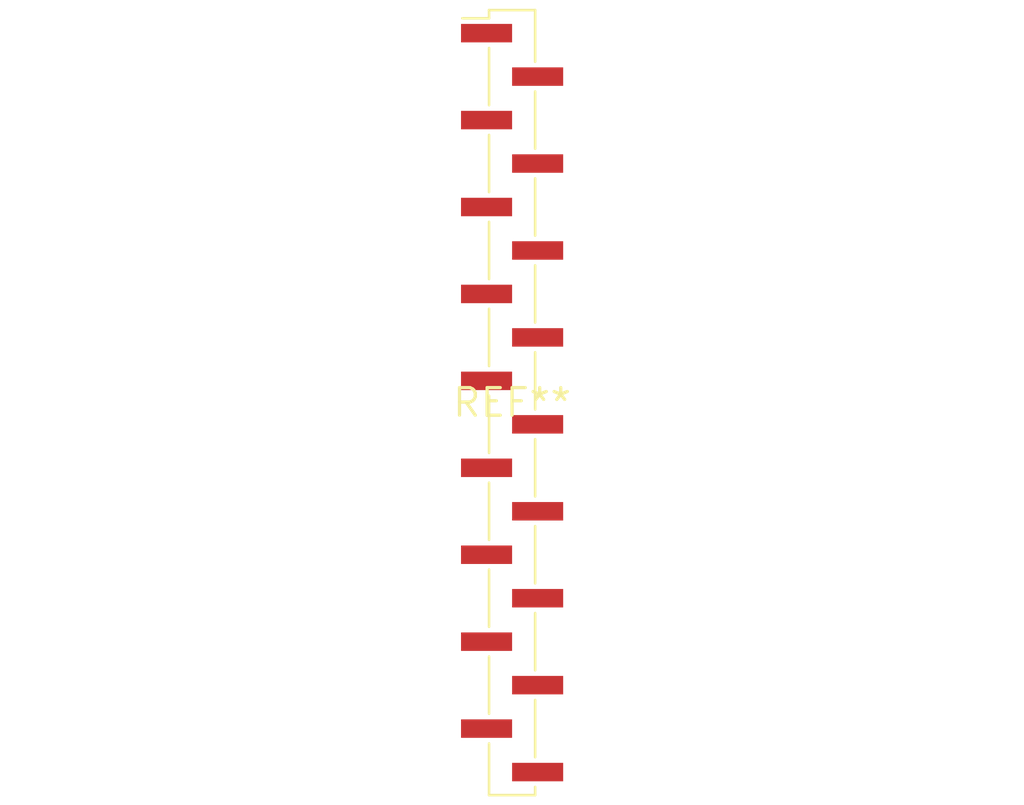
<source format=kicad_pcb>
(kicad_pcb (version 20240108) (generator pcbnew)
  (layers (0 "F.Cu" signal) (31 "B.Cu" signal) (34 "B.Paste" user) (35 "F.Paste" user) (36 "B.SilkS" user "B.Silkscreen") (37 "F.SilkS" user "F.Silkscreen") (38 "B.Mask" user) (39 "F.Mask" user) (44 "Edge.Cuts" user))
  (net 0 "")
  (footprint "PinHeader_1x18_P2.00mm_Vertical_SMD_Pin1Left" (layer "F.Cu") (at 0 0)
    (property "Reference" "REF**")
    (property "Value" "PinHeader_1x18_P2.00mm_Vertical_SMD_Pin1Left")
    (fp_line (start -1.06 -18.06) (end -1.06 -17.685) (layer "F.SilkS") (stroke (width 0.12)))
    (fp_line (start -1.06 -18.06) (end 1.06 -18.06) (layer "F.SilkS") (stroke (width 0.12)))
    (fp_line (start -1.06 -17.685) (end -2.29 -17.685) (layer "F.SilkS") (stroke (width 0.12)))
    (fp_line (start -1.06 -16.315) (end -1.06 -13.685) (layer "F.SilkS") (stroke (width 0.12)))
    (fp_line (start -1.06 -12.315) (end -1.06 -9.685) (layer "F.SilkS") (stroke (width 0.12)))
    (fp_line (start -1.06 -8.315) (end -1.06 -5.685) (layer "F.SilkS") (stroke (width 0.12)))
    (fp_line (start -1.06 -4.315) (end -1.06 -1.685) (layer "F.SilkS") (stroke (width 0.12)))
    (fp_line (start -1.06 -0.315) (end -1.06 2.315) (layer "F.SilkS") (stroke (width 0.12)))
    (fp_line (start -1.06 3.685) (end -1.06 6.315) (layer "F.SilkS") (stroke (width 0.12)))
    (fp_line (start -1.06 7.685) (end -1.06 10.315) (layer "F.SilkS") (stroke (width 0.12)))
    (fp_line (start -1.06 11.685) (end -1.06 14.315) (layer "F.SilkS") (stroke (width 0.12)))
    (fp_line (start -1.06 15.685) (end -1.06 18.06) (layer "F.SilkS") (stroke (width 0.12)))
    (fp_line (start -1.06 18.06) (end 1.06 18.06) (layer "F.SilkS") (stroke (width 0.12)))
    (fp_line (start 1.06 -18.06) (end 1.06 -15.685) (layer "F.SilkS") (stroke (width 0.12)))
    (fp_line (start 1.06 -14.315) (end 1.06 -11.685) (layer "F.SilkS") (stroke (width 0.12)))
    (fp_line (start 1.06 -10.315) (end 1.06 -7.685) (layer "F.SilkS") (stroke (width 0.12)))
    (fp_line (start 1.06 -6.315) (end 1.06 -3.685) (layer "F.SilkS") (stroke (width 0.12)))
    (fp_line (start 1.06 -2.315) (end 1.06 0.315) (layer "F.SilkS") (stroke (width 0.12)))
    (fp_line (start 1.06 1.685) (end 1.06 4.315) (layer "F.SilkS") (stroke (width 0.12)))
    (fp_line (start 1.06 5.685) (end 1.06 8.315) (layer "F.SilkS") (stroke (width 0.12)))
    (fp_line (start 1.06 9.685) (end 1.06 12.315) (layer "F.SilkS") (stroke (width 0.12)))
    (fp_line (start 1.06 13.685) (end 1.06 16.315) (layer "F.SilkS") (stroke (width 0.12)))
    (fp_line (start 1.06 17.685) (end 1.06 18.06) (layer "F.SilkS") (stroke (width 0.12)))
    (pad "1" smd rect (at -1.175 -17) (size 2.35 0.85) (layers "F.Cu" "F.Paste" "F.Mask"))
    (pad "2" smd rect (at 1.175 -15) (size 2.35 0.85) (layers "F.Cu" "F.Paste" "F.Mask"))
    (pad "3" smd rect (at -1.175 -13) (size 2.35 0.85) (layers "F.Cu" "F.Paste" "F.Mask"))
    (pad "4" smd rect (at 1.175 -11) (size 2.35 0.85) (layers "F.Cu" "F.Paste" "F.Mask"))
    (pad "5" smd rect (at -1.175 -9) (size 2.35 0.85) (layers "F.Cu" "F.Paste" "F.Mask"))
    (pad "6" smd rect (at 1.175 -7) (size 2.35 0.85) (layers "F.Cu" "F.Paste" "F.Mask"))
    (pad "7" smd rect (at -1.175 -5) (size 2.35 0.85) (layers "F.Cu" "F.Paste" "F.Mask"))
    (pad "8" smd rect (at 1.175 -3) (size 2.35 0.85) (layers "F.Cu" "F.Paste" "F.Mask"))
    (pad "9" smd rect (at -1.175 -1) (size 2.35 0.85) (layers "F.Cu" "F.Paste" "F.Mask"))
    (pad "10" smd rect (at 1.175 1) (size 2.35 0.85) (layers "F.Cu" "F.Paste" "F.Mask"))
    (pad "11" smd rect (at -1.175 3) (size 2.35 0.85) (layers "F.Cu" "F.Paste" "F.Mask"))
    (pad "12" smd rect (at 1.175 5) (size 2.35 0.85) (layers "F.Cu" "F.Paste" "F.Mask"))
    (pad "13" smd rect (at -1.175 7) (size 2.35 0.85) (layers "F.Cu" "F.Paste" "F.Mask"))
    (pad "14" smd rect (at 1.175 9) (size 2.35 0.85) (layers "F.Cu" "F.Paste" "F.Mask"))
    (pad "15" smd rect (at -1.175 11) (size 2.35 0.85) (layers "F.Cu" "F.Paste" "F.Mask"))
    (pad "16" smd rect (at 1.175 13) (size 2.35 0.85) (layers "F.Cu" "F.Paste" "F.Mask"))
    (pad "17" smd rect (at -1.175 15) (size 2.35 0.85) (layers "F.Cu" "F.Paste" "F.Mask"))
    (pad "18" smd rect (at 1.175 17) (size 2.35 0.85) (layers "F.Cu" "F.Paste" "F.Mask"))
  )
)
</source>
